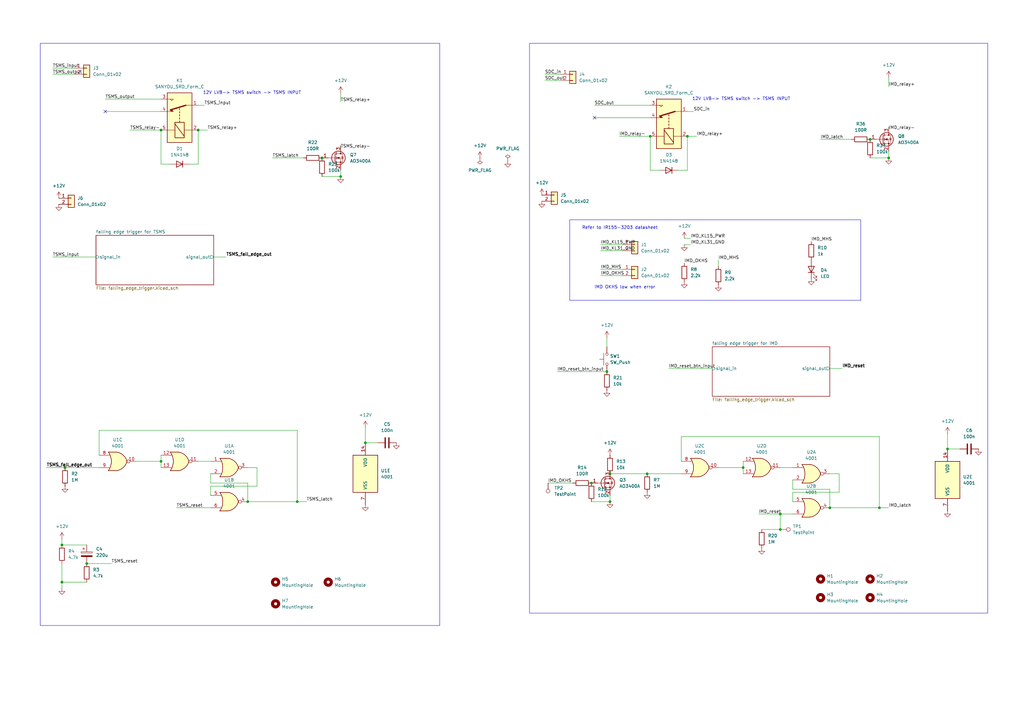
<source format=kicad_sch>
(kicad_sch (version 20250114) (generator "eeschema") (generator_version "9.0")
  (paper "A3")
  (lib_symbols
    (symbol "4xxx:4001" (pin_names (offset 1.016))
      (property "Reference" "U" (at 0 1.27 0))
      (property "Value" "4001" (at 0 -1.27 0))
      (symbol "4001_1_1"
        (arc (start -3.81 3.81) (mid -2.589 0) (end -3.81 -3.81) (stroke (width 0.254)))
        (polyline (pts (xy -3.81 3.81) (xy -0.635 3.81)) (stroke (width 0.254)) (fill (type background)))
        (polyline (pts (xy -3.81 -3.81) (xy -0.635 -3.81)) (stroke (width 0.254)) (fill (type background)))
        (arc (start 3.81 0) (mid 2.1855 -2.584) (end -0.6096 -3.81) (stroke (width 0.254)) (fill (type background)))
        (arc (start -0.6096 3.81) (mid 2.1928 2.5924) (end 3.81 0) (stroke (width 0.254)) (fill (type background)))
        (polyline (pts (xy -0.635 3.81) (xy -3.81 3.81) (xy -3.81 3.81) (xy -3.556 3.4036) (xy -3.0226 2.2606) (xy -2.6924 1.0414) (xy -2.6162 -0.254) (xy -2.7686 -1.4986) (xy -3.175 -2.7178) (xy -3.81 -3.81) (xy -3.81 -3.81) (xy -0.635 -3.81)) (stroke (width -25.4)) (fill (type background)))
        (pin input line (at -7.62 2.54 0) (length 4.318) (name "~") (number "1"))
        (pin input line (at -7.62 -2.54 0) (length 4.318) (name "~") (number "2"))
        (pin output inverted (at 7.62 0 180) (length 3.81) (name "~") (number "3"))
      )
      (symbol "4001_1_2"
        (arc (start 0 3.81) (mid 3.7934 0) (end 0 -3.81) (stroke (width 0.254)) (fill (type background)))
        (polyline (pts (xy 0 3.81) (xy -3.81 3.81) (xy -3.81 -3.81) (xy 0 -3.81)) (stroke (width 0.254)) (fill (type background)))
        (pin input inverted (at -7.62 2.54 0) (length 3.81) (name "~") (number "1"))
        (pin input inverted (at -7.62 -2.54 0) (length 3.81) (name "~") (number "2"))
        (pin output line (at 7.62 0 180) (length 3.81) (name "~") (number "3"))
      )
      (symbol "4001_2_1"
        (arc (start -3.81 3.81) (mid -2.589 0) (end -3.81 -3.81) (stroke (width 0.254)))
        (polyline (pts (xy -3.81 3.81) (xy -0.635 3.81)) (stroke (width 0.254)) (fill (type background)))
        (polyline (pts (xy -3.81 -3.81) (xy -0.635 -3.81)) (stroke (width 0.254)) (fill (type background)))
        (arc (start 3.81 0) (mid 2.1855 -2.584) (end -0.6096 -3.81) (stroke (width 0.254)) (fill (type background)))
        (arc (start -0.6096 3.81) (mid 2.1928 2.5924) (end 3.81 0) (stroke (width 0.254)) (fill (type background)))
        (polyline (pts (xy -0.635 3.81) (xy -3.81 3.81) (xy -3.81 3.81) (xy -3.556 3.4036) (xy -3.0226 2.2606) (xy -2.6924 1.0414) (xy -2.6162 -0.254) (xy -2.7686 -1.4986) (xy -3.175 -2.7178) (xy -3.81 -3.81) (xy -3.81 -3.81) (xy -0.635 -3.81)) (stroke (width -25.4)) (fill (type background)))
        (pin input line (at -7.62 2.54 0) (length 4.318) (name "~") (number "5"))
        (pin input line (at -7.62 -2.54 0) (length 4.318) (name "~") (number "6"))
        (pin output inverted (at 7.62 0 180) (length 3.81) (name "~") (number "4"))
      )
      (symbol "4001_2_2"
        (arc (start 0 3.81) (mid 3.7934 0) (end 0 -3.81) (stroke (width 0.254)) (fill (type background)))
        (polyline (pts (xy 0 3.81) (xy -3.81 3.81) (xy -3.81 -3.81) (xy 0 -3.81)) (stroke (width 0.254)) (fill (type background)))
        (pin input inverted (at -7.62 2.54 0) (length 3.81) (name "~") (number "5"))
        (pin input inverted (at -7.62 -2.54 0) (length 3.81) (name "~") (number "6"))
        (pin output line (at 7.62 0 180) (length 3.81) (name "~") (number "4"))
      )
      (symbol "4001_3_1"
        (arc (start -3.81 3.81) (mid -2.589 0) (end -3.81 -3.81) (stroke (width 0.254)))
        (polyline (pts (xy -3.81 3.81) (xy -0.635 3.81)) (stroke (width 0.254)) (fill (type background)))
        (polyline (pts (xy -3.81 -3.81) (xy -0.635 -3.81)) (stroke (width 0.254)) (fill (type background)))
        (arc (start 3.81 0) (mid 2.1855 -2.584) (end -0.6096 -3.81) (stroke (width 0.254)) (fill (type background)))
        (arc (start -0.6096 3.81) (mid 2.1928 2.5924) (end 3.81 0) (stroke (width 0.254)) (fill (type background)))
        (polyline (pts (xy -0.635 3.81) (xy -3.81 3.81) (xy -3.81 3.81) (xy -3.556 3.4036) (xy -3.0226 2.2606) (xy -2.6924 1.0414) (xy -2.6162 -0.254) (xy -2.7686 -1.4986) (xy -3.175 -2.7178) (xy -3.81 -3.81) (xy -3.81 -3.81) (xy -0.635 -3.81)) (stroke (width -25.4)) (fill (type background)))
        (pin input line (at -7.62 2.54 0) (length 4.318) (name "~") (number "8"))
        (pin input line (at -7.62 -2.54 0) (length 4.318) (name "~") (number "9"))
        (pin output inverted (at 7.62 0 180) (length 3.81) (name "~") (number "10"))
      )
      (symbol "4001_3_2"
        (arc (start 0 3.81) (mid 3.7934 0) (end 0 -3.81) (stroke (width 0.254)) (fill (type background)))
        (polyline (pts (xy 0 3.81) (xy -3.81 3.81) (xy -3.81 -3.81) (xy 0 -3.81)) (stroke (width 0.254)) (fill (type background)))
        (pin input inverted (at -7.62 2.54 0) (length 3.81) (name "~") (number "8"))
        (pin input inverted (at -7.62 -2.54 0) (length 3.81) (name "~") (number "9"))
        (pin output line (at 7.62 0 180) (length 3.81) (name "~") (number "10"))
      )
      (symbol "4001_4_1"
        (arc (start -3.81 3.81) (mid -2.589 0) (end -3.81 -3.81) (stroke (width 0.254)))
        (polyline (pts (xy -3.81 3.81) (xy -0.635 3.81)) (stroke (width 0.254)) (fill (type background)))
        (polyline (pts (xy -3.81 -3.81) (xy -0.635 -3.81)) (stroke (width 0.254)) (fill (type background)))
        (arc (start 3.81 0) (mid 2.1855 -2.584) (end -0.6096 -3.81) (stroke (width 0.254)) (fill (type background)))
        (arc (start -0.6096 3.81) (mid 2.1928 2.5924) (end 3.81 0) (stroke (width 0.254)) (fill (type background)))
        (polyline (pts (xy -0.635 3.81) (xy -3.81 3.81) (xy -3.81 3.81) (xy -3.556 3.4036) (xy -3.0226 2.2606) (xy -2.6924 1.0414) (xy -2.6162 -0.254) (xy -2.7686 -1.4986) (xy -3.175 -2.7178) (xy -3.81 -3.81) (xy -3.81 -3.81) (xy -0.635 -3.81)) (stroke (width -25.4)) (fill (type background)))
        (pin input line (at -7.62 2.54 0) (length 4.318) (name "~") (number "12"))
        (pin input line (at -7.62 -2.54 0) (length 4.318) (name "~") (number "13"))
        (pin output inverted (at 7.62 0 180) (length 3.81) (name "~") (number "11"))
      )
      (symbol "4001_4_2"
        (arc (start 0 3.81) (mid 3.7934 0) (end 0 -3.81) (stroke (width 0.254)) (fill (type background)))
        (polyline (pts (xy 0 3.81) (xy -3.81 3.81) (xy -3.81 -3.81) (xy 0 -3.81)) (stroke (width 0.254)) (fill (type background)))
        (pin input inverted (at -7.62 2.54 0) (length 3.81) (name "~") (number "12"))
        (pin input inverted (at -7.62 -2.54 0) (length 3.81) (name "~") (number "13"))
        (pin output line (at 7.62 0 180) (length 3.81) (name "~") (number "11"))
      )
      (symbol "4001_5_0"
        (pin power_in line (at 0 12.7 270) (length 5.08) (name "VDD") (number "14"))
        (pin power_in line (at 0 -12.7 90) (length 5.08) (name "VSS") (number "7"))
      )
      (symbol "4001_5_1"
        (rectangle (start -5.08 7.62) (end 5.08 -7.62) (stroke (width 0.254)) (fill (type background)))
      )
    )
    (symbol "Connector:TestPoint" (pin_numbers (hide yes)) (pin_names (offset 0.762) (hide yes))
      (property "Reference" "TP" (at 0 6.858 0))
      (property "Value" "TestPoint" (at 0 5.08 0))
      (symbol "TestPoint_0_1"
        (circle (center 0 3.302) (radius 0.762))
      )
      (symbol "TestPoint_1_1"
        (pin passive line (at 0 0 90) (length 2.54) (name "1") (number "1"))
      )
    )
    (symbol "Connector_Generic:Conn_01x02" (pin_names (offset 1.016) (hide yes))
      (property "Reference" "J" (at 0 2.54 0))
      (property "Value" "Conn_01x02" (at 0 -5.08 0))
      (symbol "Conn_01x02_1_1"
        (rectangle (start -1.27 1.27) (end 1.27 -3.81) (stroke (width 0.254)) (fill (type background)))
        (rectangle (start -1.27 0.127) (end 0 -0.127) (stroke (width 0.1524)))
        (rectangle (start -1.27 -2.413) (end 0 -2.667) (stroke (width 0.1524)))
        (pin passive line (at -5.08 0 0) (length 3.81) (name "Pin_1") (number "1"))
        (pin passive line (at -5.08 -2.54 0) (length 3.81) (name "Pin_2") (number "2"))
      )
    )
    (symbol "Device:C" (pin_numbers (hide yes)) (pin_names (offset 0.254))
      (property "Reference" "C" (at 0.635 2.54 0))
      (property "Value" "C" (at 0.635 -2.54 0))
      (symbol "C_0_1"
        (polyline (pts (xy -2.032 0.762) (xy 2.032 0.762)) (stroke (width 0.508)))
        (polyline (pts (xy -2.032 -0.762) (xy 2.032 -0.762)) (stroke (width 0.508)))
      )
      (symbol "C_1_1"
        (pin passive line (at 0 3.81 270) (length 2.794) (name "~") (number "1"))
        (pin passive line (at 0 -3.81 90) (length 2.794) (name "~") (number "2"))
      )
    )
    (symbol "Device:C_Polarized" (pin_numbers (hide yes)) (pin_names (offset 0.254))
      (property "Reference" "C" (at 0.635 2.54 0))
      (property "Value" "C_Polarized" (at 0.635 -2.54 0))
      (symbol "C_Polarized_0_1"
        (rectangle (start -2.286 0.508) (end 2.286 1.016))
        (polyline (pts (xy -1.778 2.286) (xy -0.762 2.286)))
        (polyline (pts (xy -1.27 2.794) (xy -1.27 1.778)))
        (rectangle (start 2.286 -0.508) (end -2.286 -1.016) (fill (type outline)))
      )
      (symbol "C_Polarized_1_1"
        (pin passive line (at 0 3.81 270) (length 2.794) (name "~") (number "1"))
        (pin passive line (at 0 -3.81 90) (length 2.794) (name "~") (number "2"))
      )
    )
    (symbol "Device:LED" (pin_numbers (hide yes)) (pin_names (offset 1.016) (hide yes))
      (property "Reference" "D" (at 0 2.54 0))
      (property "Value" "LED" (at 0 -2.54 0))
      (symbol "LED_0_1"
        (polyline (pts (xy -3.048 -0.762) (xy -4.572 -2.286) (xy -3.81 -2.286) (xy -4.572 -2.286) (xy -4.572 -1.524)))
        (polyline (pts (xy -1.778 -0.762) (xy -3.302 -2.286) (xy -2.54 -2.286) (xy -3.302 -2.286) (xy -3.302 -1.524)))
        (polyline (pts (xy -1.27 0) (xy 1.27 0)))
        (polyline (pts (xy -1.27 -1.27) (xy -1.27 1.27)) (stroke (width 0.254)))
        (polyline (pts (xy 1.27 -1.27) (xy 1.27 1.27) (xy -1.27 0) (xy 1.27 -1.27)) (stroke (width 0.254)))
      )
      (symbol "LED_1_1"
        (pin passive line (at -3.81 0 0) (length 2.54) (name "K") (number "1"))
        (pin passive line (at 3.81 0 180) (length 2.54) (name "A") (number "2"))
      )
    )
    (symbol "Device:R" (pin_numbers (hide yes)) (pin_names (offset 0))
      (property "Reference" "R" (at 2.032 0 90))
      (property "Value" "R" (at 0 0 90))
      (symbol "R_0_1"
        (rectangle (start -1.016 -2.54) (end 1.016 2.54) (stroke (width 0.254)))
      )
      (symbol "R_1_1"
        (pin passive line (at 0 3.81 270) (length 1.27) (name "~") (number "1"))
        (pin passive line (at 0 -3.81 90) (length 1.27) (name "~") (number "2"))
      )
    )
    (symbol "Diode:1N4148" (pin_numbers (hide yes)) (pin_names (hide yes))
      (property "Reference" "D" (at 0 2.54 0))
      (property "Value" "1N4148" (at 0 -2.54 0))
      (symbol "1N4148_0_1"
        (polyline (pts (xy -1.27 1.27) (xy -1.27 -1.27)) (stroke (width 0.254)))
        (polyline (pts (xy 1.27 1.27) (xy 1.27 -1.27) (xy -1.27 0) (xy 1.27 1.27)) (stroke (width 0.254)))
        (polyline (pts (xy 1.27 0) (xy -1.27 0)))
      )
      (symbol "1N4148_1_1"
        (pin passive line (at -3.81 0 0) (length 2.54) (name "K") (number "1"))
        (pin passive line (at 3.81 0 180) (length 2.54) (name "A") (number "2"))
      )
    )
    (symbol "Mechanical:MountingHole" (pin_names (offset 1.016)) (in_bom no)
      (property "Reference" "H" (at 0 5.08 0))
      (property "Value" "MountingHole" (at 0 3.175 0))
      (symbol "MountingHole_0_1"
        (circle (center 0 0) (radius 1.27) (stroke (width 1.27)))
      )
    )
    (symbol "Relay:SANYOU_SRD_Form_C"
      (property "Reference" "K" (at 11.43 3.81 0))
      (property "Value" "SANYOU_SRD_Form_C" (at 11.43 1.27 0))
      (symbol "SANYOU_SRD_Form_C_0_0"
        (polyline (pts (xy 7.62 5.08) (xy 7.62 2.54) (xy 6.985 3.175) (xy 7.62 3.81)))
      )
      (symbol "SANYOU_SRD_Form_C_0_1"
        (rectangle (start -10.16 5.08) (end 10.16 -5.08) (stroke (width 0.254)) (fill (type background)))
        (rectangle (start -8.255 1.905) (end -1.905 -1.905) (stroke (width 0.254)))
        (polyline (pts (xy -7.62 -1.905) (xy -2.54 1.905)) (stroke (width 0.254)))
        (polyline (pts (xy -5.08 5.08) (xy -5.08 1.905)))
        (polyline (pts (xy -5.08 -5.08) (xy -5.08 -1.905)))
        (polyline (pts (xy -1.905 0) (xy -1.27 0)) (stroke (width 0.254)))
        (polyline (pts (xy -0.635 0) (xy 0 0)) (stroke (width 0.254)))
        (polyline (pts (xy 0.635 0) (xy 1.27 0)) (stroke (width 0.254)))
        (polyline (pts (xy 1.905 0) (xy 2.54 0)) (stroke (width 0.254)))
        (polyline (pts (xy 3.175 0) (xy 3.81 0)) (stroke (width 0.254)))
        (polyline (pts (xy 5.08 -2.54) (xy 3.175 3.81)) (stroke (width 0.508)))
        (polyline (pts (xy 5.08 -2.54) (xy 5.08 -5.08)))
      )
      (symbol "SANYOU_SRD_Form_C_1_1"
        (polyline (pts (xy 2.54 3.81) (xy 3.175 3.175) (xy 2.54 2.54) (xy 2.54 5.08)) (fill (type outline)))
        (pin passive line (at -5.08 7.62 270) (length 2.54) (name "~") (number "5"))
        (pin passive line (at -5.08 -7.62 90) (length 2.54) (name "~") (number "2"))
        (pin passive line (at 2.54 7.62 270) (length 2.54) (name "~") (number "4"))
        (pin passive line (at 5.08 -7.62 90) (length 2.54) (name "~") (number "1"))
        (pin passive line (at 7.62 7.62 270) (length 2.54) (name "~") (number "3"))
      )
    )
    (symbol "Switch:SW_Push" (pin_numbers (hide yes)) (pin_names (offset 1.016) (hide yes))
      (property "Reference" "SW" (at 1.27 2.54 0))
      (property "Value" "SW_Push" (at 0 -1.524 0))
      (symbol "SW_Push_0_1"
        (circle (center -2.032 0) (radius 0.508))
        (polyline (pts (xy 0 1.27) (xy 0 3.048)))
        (circle (center 2.032 0) (radius 0.508))
        (polyline (pts (xy 2.54 1.27) (xy -2.54 1.27)))
        (pin passive line (at -5.08 0 0) (length 2.54) (name "1") (number "1"))
        (pin passive line (at 5.08 0 180) (length 2.54) (name "2") (number "2"))
      )
    )
    (symbol "Transistor_FET:AO3400A" (pin_names (hide yes))
      (property "Reference" "Q" (at 5.08 1.905 0))
      (property "Value" "AO3400A" (at 5.08 0 0))
      (symbol "AO3400A_0_1"
        (polyline (pts (xy 0.254 1.905) (xy 0.254 -1.905)) (stroke (width 0.254)))
        (polyline (pts (xy 0.254 0) (xy -2.54 0)))
        (polyline (pts (xy 0.762 2.286) (xy 0.762 1.27)) (stroke (width 0.254)))
        (polyline (pts (xy 0.762 0.508) (xy 0.762 -0.508)) (stroke (width 0.254)))
        (polyline (pts (xy 0.762 -1.27) (xy 0.762 -2.286)) (stroke (width 0.254)))
        (polyline (pts (xy 0.762 -1.778) (xy 3.302 -1.778) (xy 3.302 1.778) (xy 0.762 1.778)))
        (polyline (pts (xy 1.016 0) (xy 2.032 0.381) (xy 2.032 -0.381) (xy 1.016 0)) (fill (type outline)))
        (circle (center 1.651 0) (radius 2.794) (stroke (width 0.254)))
        (polyline (pts (xy 2.54 2.54) (xy 2.54 1.778)))
        (circle (center 2.54 1.778) (radius 0.254) (fill (type outline)))
        (circle (center 2.54 -1.778) (radius 0.254) (fill (type outline)))
        (polyline (pts (xy 2.54 -2.54) (xy 2.54 0) (xy 0.762 0)))
        (polyline (pts (xy 2.794 0.508) (xy 2.921 0.381) (xy 3.683 0.381) (xy 3.81 0.254)))
        (polyline (pts (xy 3.302 0.381) (xy 2.921 -0.254) (xy 3.683 -0.254) (xy 3.302 0.381)))
      )
      (symbol "AO3400A_1_1"
        (pin input line (at -5.08 0 0) (length 2.54) (name "G") (number "1"))
        (pin passive line (at 2.54 5.08 270) (length 2.54) (name "D") (number "3"))
        (pin passive line (at 2.54 -5.08 90) (length 2.54) (name "S") (number "2"))
      )
    )
    (symbol "power:+12V" (power) (pin_numbers (hide yes)) (pin_names (offset 0) (hide yes))
      (property "Value" "+12V" (at 0 3.556 0))
      (symbol "+12V_0_1"
        (polyline (pts (xy -0.762 1.27) (xy 0 2.54)))
        (polyline (pts (xy 0 2.54) (xy 0.762 1.27)))
        (polyline (pts (xy 0 0) (xy 0 2.54)))
      )
      (symbol "+12V_1_1"
        (pin power_in line (at 0 0 90) (length 0) (name "~") (number "1"))
      )
    )
    (symbol "power:GND" (power) (pin_numbers (hide yes)) (pin_names (offset 0) (hide yes))
      (property "Value" "GND" (at 0 -3.81 0))
      (symbol "GND_0_1"
        (polyline (pts (xy 0 0) (xy 0 -1.27) (xy 1.27 -1.27) (xy 0 -2.54) (xy -1.27 -1.27) (xy 0 -1.27)))
      )
      (symbol "GND_1_1"
        (pin power_in line (at 0 0 270) (length 0) (name "~") (number "1"))
      )
    )
    (symbol "power:PWR_FLAG" (power) (pin_numbers (hide yes)) (pin_names (offset 0) (hide yes))
      (property "Value" "PWR_FLAG" (at 0 3.81 0))
      (symbol "PWR_FLAG_0_0"
        (pin power_out line (at 0 0 90) (length 0) (name "~") (number "1"))
      )
      (symbol "PWR_FLAG_0_1"
        (polyline (pts (xy 0 0) (xy 0 1.27) (xy -1.016 1.905) (xy 0 2.54) (xy 1.016 1.905) (xy 0 1.27)))
      )
    )
  )
  (rectangle (start 233.68 90.17) (end 353.06 123.19))
  (rectangle (start 16.51 17.78) (end 180.34 256.54))
  (rectangle (start 217.17 17.78) (end 405.13 251.46))
  (text "12V LVB-> TSMS switch -> TSMS INPUT" (at 304.038 40.64 0) (effects (font (size 1.27 1.27))))
  (text "IMD OKHS low when error" (at 256.286 117.856 0) (effects (font (size 1.27 1.27))))
  (text "Refer to IR155-3203 datasheet" (at 254.254 93.472 0) (effects (font (size 1.27 1.27))))
  (text "12V LVB-> TSMS switch -> TSMS INPUT" (at 103.378 38.1 0) (effects (font (size 1.27 1.27))))
  (junction (at 81.28 53.34))
  (junction (at 320.04 210.82))
  (junction (at 26.67 191.77))
  (junction (at 320.04 217.17))
  (junction (at 248.92 152.4))
  (junction (at 356.87 57.15))
  (junction (at 101.6 205.74))
  (junction (at 25.4 238.76))
  (junction (at 265.43 194.31))
  (junction (at 242.57 198.12))
  (junction (at 139.7 72.39))
  (junction (at 364.49 64.77))
  (junction (at 132.08 64.77))
  (junction (at 304.8 191.77))
  (junction (at 25.4 223.52))
  (junction (at 121.92 205.74))
  (junction (at 340.36 208.28))
  (junction (at 66.04 53.34))
  (junction (at 388.62 184.15))
  (junction (at 266.7 55.88))
  (junction (at 35.56 231.14))
  (junction (at 66.04 189.23))
  (junction (at 281.94 55.88))
  (junction (at 149.86 181.61))
  (junction (at 360.68 208.28))
  (junction (at 250.19 205.74))
  (junction (at 250.19 194.31))
  (no_connect (at 43.18 45.72))
  (no_connect (at 243.84 48.26))
  (wire (pts (xy 25.4 231.14) (xy 25.4 238.76)))
  (wire (pts (xy 139.7 38.1) (xy 139.7 41.91)))
  (wire (pts (xy 21.59 105.41) (xy 39.37 105.41)))
  (wire (pts (xy 246.38 102.87) (xy 255.27 102.87)))
  (wire (pts (xy 246.38 110.49) (xy 255.27 110.49)))
  (wire (pts (xy 340.36 200.66) (xy 340.36 208.28)))
  (wire (pts (xy 266.7 69.85) (xy 266.7 55.88)))
  (wire (pts (xy 19.05 191.77) (xy 26.67 191.77)))
  (wire (pts (xy 81.28 53.34) (xy 85.09 53.34)))
  (wire (pts (xy 40.64 176.53) (xy 40.64 186.69)))
  (wire (pts (xy 86.36 199.39) (xy 105.41 199.39)))
  (wire (pts (xy 224.79 198.12) (xy 234.95 198.12)))
  (wire (pts (xy 242.57 205.74) (xy 250.19 205.74)))
  (wire (pts (xy 312.42 217.17) (xy 320.04 217.17)))
  (wire (pts (xy 66.04 67.31) (xy 69.85 67.31)))
  (wire (pts (xy 320.04 210.82) (xy 320.04 217.17)))
  (wire (pts (xy 121.92 205.74) (xy 125.73 205.74)))
  (wire (pts (xy 43.18 40.64) (xy 66.04 40.64)))
  (wire (pts (xy 66.04 186.69) (xy 66.04 189.23)))
  (wire (pts (xy 250.19 205.74) (xy 250.19 203.2)))
  (wire (pts (xy 86.36 198.12) (xy 101.6 198.12)))
  (wire (pts (xy 304.8 191.77) (xy 304.8 194.31)))
  (wire (pts (xy 21.59 27.94) (xy 30.48 27.94)))
  (wire (pts (xy 278.13 69.85) (xy 281.94 69.85)))
  (wire (pts (xy 55.88 189.23) (xy 66.04 189.23)))
  (wire (pts (xy 246.38 100.33) (xy 255.27 100.33)))
  (wire (pts (xy 325.12 201.93) (xy 344.17 201.93)))
  (wire (pts (xy 304.8 189.23) (xy 304.8 191.77)))
  (wire (pts (xy 250.19 194.31) (xy 265.43 194.31)))
  (wire (pts (xy 246.38 113.03) (xy 255.27 113.03)))
  (wire (pts (xy 294.64 106.68) (xy 294.64 109.22)))
  (wire (pts (xy 254 55.88) (xy 266.7 55.88)))
  (wire (pts (xy 25.4 238.76) (xy 25.4 241.3)))
  (wire (pts (xy 77.47 67.31) (xy 81.28 67.31)))
  (wire (pts (xy 325.12 200.66) (xy 340.36 200.66)))
  (wire (pts (xy 111.76 64.77) (xy 124.46 64.77)))
  (wire (pts (xy 344.17 194.31) (xy 340.36 194.31)))
  (wire (pts (xy 81.28 67.31) (xy 81.28 53.34)))
  (wire (pts (xy 294.64 191.77) (xy 304.8 191.77)))
  (wire (pts (xy 66.04 189.23) (xy 66.04 191.77)))
  (wire (pts (xy 281.94 55.88) (xy 285.75 55.88)))
  (wire (pts (xy 364.49 31.75) (xy 364.49 35.56)))
  (wire (pts (xy 360.68 179.07) (xy 360.68 208.28)))
  (wire (pts (xy 320.04 210.82) (xy 325.12 210.82)))
  (wire (pts (xy 86.36 203.2) (xy 86.36 199.39)))
  (wire (pts (xy 121.92 176.53) (xy 121.92 205.74)))
  (wire (pts (xy 364.49 64.77) (xy 364.49 62.23)))
  (wire (pts (xy 344.17 201.93) (xy 344.17 194.31)))
  (wire (pts (xy 223.52 33.02) (xy 229.87 33.02)))
  (wire (pts (xy 35.56 231.14) (xy 45.72 231.14)))
  (wire (pts (xy 228.6 152.4) (xy 248.92 152.4)))
  (wire (pts (xy 243.84 43.18) (xy 266.7 43.18)))
  (wire (pts (xy 21.59 30.48) (xy 30.48 30.48)))
  (wire (pts (xy 25.4 223.52) (xy 35.56 223.52)))
  (wire (pts (xy 360.68 208.28) (xy 364.49 208.28)))
  (wire (pts (xy 66.04 67.31) (xy 66.04 53.34)))
  (wire (pts (xy 320.04 191.77) (xy 325.12 191.77)))
  (wire (pts (xy 105.41 191.77) (xy 101.6 191.77)))
  (wire (pts (xy 266.7 69.85) (xy 270.51 69.85)))
  (wire (pts (xy 223.52 30.48) (xy 229.87 30.48)))
  (wire (pts (xy 83.82 43.18) (xy 81.28 43.18)))
  (wire (pts (xy 356.87 64.77) (xy 364.49 64.77)))
  (wire (pts (xy 121.92 176.53) (xy 40.64 176.53)))
  (wire (pts (xy 101.6 198.12) (xy 101.6 205.74)))
  (wire (pts (xy 284.48 45.72) (xy 281.94 45.72)))
  (wire (pts (xy 25.4 220.98) (xy 25.4 223.52)))
  (wire (pts (xy 248.92 138.43) (xy 248.92 142.24)))
  (wire (pts (xy 243.84 48.26) (xy 266.7 48.26)))
  (wire (pts (xy 265.43 194.31) (xy 279.4 194.31)))
  (wire (pts (xy 388.62 184.15) (xy 393.7 184.15)))
  (wire (pts (xy 274.32 151.13) (xy 292.1 151.13)))
  (wire (pts (xy 340.36 151.13) (xy 345.44 151.13)))
  (wire (pts (xy 325.12 205.74) (xy 325.12 201.93)))
  (wire (pts (xy 279.4 179.07) (xy 279.4 189.23)))
  (wire (pts (xy 280.67 100.33) (xy 283.21 100.33)))
  (wire (pts (xy 325.12 196.85) (xy 325.12 200.66)))
  (wire (pts (xy 340.36 208.28) (xy 360.68 208.28)))
  (wire (pts (xy 105.41 199.39) (xy 105.41 191.77)))
  (wire (pts (xy 250.19 194.31) (xy 250.19 193.04)))
  (wire (pts (xy 311.15 210.82) (xy 320.04 210.82)))
  (wire (pts (xy 281.94 69.85) (xy 281.94 55.88)))
  (wire (pts (xy 139.7 60.96) (xy 139.7 59.69)))
  (wire (pts (xy 139.7 72.39) (xy 139.7 69.85)))
  (wire (pts (xy 43.18 45.72) (xy 66.04 45.72)))
  (wire (pts (xy 149.86 181.61) (xy 154.94 181.61)))
  (wire (pts (xy 336.55 57.15) (xy 349.25 57.15)))
  (wire (pts (xy 388.62 177.8) (xy 388.62 184.15)))
  (wire (pts (xy 26.67 191.77) (xy 40.64 191.77)))
  (wire (pts (xy 280.67 97.79) (xy 283.21 97.79)))
  (wire (pts (xy 101.6 205.74) (xy 121.92 205.74)))
  (wire (pts (xy 86.36 194.31) (xy 86.36 198.12)))
  (wire (pts (xy 360.68 179.07) (xy 279.4 179.07)))
  (wire (pts (xy 53.34 53.34) (xy 66.04 53.34)))
  (wire (pts (xy 149.86 175.26) (xy 149.86 181.61)))
  (wire (pts (xy 81.28 189.23) (xy 86.36 189.23)))
  (wire (pts (xy 25.4 238.76) (xy 35.56 238.76)))
  (wire (pts (xy 132.08 72.39) (xy 139.7 72.39)))
  (wire (pts (xy 364.49 53.34) (xy 364.49 52.07)))
  (wire (pts (xy 87.63 105.41) (xy 92.71 105.41)))
  (wire (pts (xy 72.39 208.28) (xy 86.36 208.28)))
  (label "IMD_reset_btn_input" (at 274.32 151.13 0))
  (label "IMD_OKHS" (at 224.79 198.12 0))
  (label "TSMS_output" (at 43.18 40.64 0))
  (label "SDC_out" (at 223.52 33.02 0))
  (label "IMD_relay+" (at 285.75 55.88 0))
  (label "IMD_KL15_PWR" (at 283.21 97.79 0))
  (label "IMD_reset" (at 345.44 151.13 0) (effects (font (thickness 0.254) (bold yes))))
  (label "TSMS_reset" (at 45.72 231.14 0))
  (label "IMD_KL31_GND" (at 246.38 102.87 0))
  (label "IMD_relay-" (at 254 55.88 0))
  (label "IMD_reset" (at 311.15 210.82 0))
  (label "IMD_latch" (at 336.55 57.15 0))
  (label "IMD_KL15_PWR" (at 246.38 100.33 0))
  (label "TSMS_fall_edge_out" (at 92.71 105.41 0) (effects (font (thickness 0.254) (bold yes))))
  (label "TSMS_reset" (at 72.39 208.28 0))
  (label "SDC_out" (at 243.84 43.18 0))
  (label "SDC_in" (at 223.52 30.48 0))
  (label "TSMS_input" (at 21.59 105.41 0))
  (label "TSMS_relay+" (at 85.09 53.34 0))
  (label "TSMS_relay+" (at 139.7 41.91 0))
  (label "SDC_in" (at 284.48 45.72 0))
  (label "TSMS_latch" (at 111.76 64.77 0))
  (label "IMD_MHS" (at 332.74 99.06 0))
  (label "IMD_latch" (at 364.49 208.28 0))
  (label "IMD_MHS" (at 246.38 110.49 0))
  (label "TSMS_relay-" (at 139.7 60.96 0))
  (label "IMD_relay+" (at 364.49 35.56 0))
  (label "IMD_relay-" (at 364.49 53.34 0))
  (label "TSMS_output" (at 21.59 30.48 0))
  (label "TSMS_fall_edge_out" (at 19.05 191.77 0) (effects (font (thickness 0.254) (bold yes))))
  (label "IMD_KL31_GND" (at 283.21 100.33 0))
  (label "IMD_OKHS" (at 280.67 107.95 0))
  (label "IMD_reset_btn_input" (at 228.6 152.4 0))
  (label "IMD_OKHS" (at 246.38 113.03 0))
  (label "TSMS_input" (at 21.59 27.94 0))
  (label "TSMS_input" (at 83.82 43.18 0))
  (label "IMD_MHS" (at 294.64 106.68 0))
  (label "TSMS_latch" (at 125.73 205.74 0))
  (label "TSMS_relay-" (at 53.34 53.34 0))
  (symbol (lib_id "Device:R") (at 250.19 190.5 0) (unit 1)
    (property "Reference" "R13" (at 252.73 189.2299 0) (effects (justify left)))
    (property "Value" "10k" (at 252.73 191.7699 0) (effects (justify left)))
    (property "Footprint" "Resistor_SMD:R_0805_2012Metric_Pad1.20x1.40mm_HandSolder" (effects (hide yes)))
    (property "Description" "Resistor" (effects (hide yes)))
  )
  (symbol (lib_id "power:GND") (at 364.49 64.77 0) (unit 1)
    (property "Reference" "#PWR049" (effects (hide yes)))
    (property "Value" "GND" (effects (hide yes)))
    (property "Description" "Power symbol creates a global label with name \"GND\" , ground" (effects (hide yes)))
  )
  (symbol (lib_id "Connector_Generic:Conn_01x02") (at 227.33 80.01 0) (unit 1)
    (property "Reference" "J5" (at 229.87 80.0099 0) (effects (justify left)))
    (property "Value" "Conn_01x02" (at 229.87 82.5499 0) (effects (justify left)))
    (property "Footprint" "Connector_Molex:Molex_Micro-Fit_3.0_43650-0215_1x02_P3.00mm_Vertical" (effects (hide yes)))
    (property "Description" "Generic connector, single row, 01x02, script generated (kicad-library-utils/schlib/autogen/connector/)" (effects (hide yes)))
  )
  (symbol (lib_id "Diode:1N4148") (at 274.32 69.85 180) (unit 1)
    (property "Reference" "D3" (at 274.32 63.5 0))
    (property "Value" "1N4148" (at 274.32 66.04 0))
    (property "Footprint" "Diode_THT:D_DO-35_SOD27_P7.62mm_Horizontal" (effects (hide yes)))
    (property "Datasheet" "https://assets.nexperia.com/documents/data-sheet/1N4148_1N4448.pdf" (effects (hide yes)))
    (property "Description" "100V 0.15A standard switching diode, DO-35" (effects (hide yes)))
    (property "Sim.Device" "D" (effects (hide yes)))
    (property "Sim.Pins" "1=K 2=A" (effects (hide yes)))
  )
  (symbol (lib_id "power:GND") (at 208.28 66.04 0) (unit 1)
    (property "Reference" "#PWR057" (effects (hide yes)))
    (property "Value" "GND" (effects (hide yes)))
    (property "Description" "Power symbol creates a global label with name \"GND\" , ground" (effects (hide yes)))
  )
  (symbol (lib_id "power:GND") (at 312.42 224.79 0) (unit 1)
    (property "Reference" "#PWR043" (effects (hide yes)))
    (property "Value" "GND" (effects (hide yes)))
    (property "Description" "Power symbol creates a global label with name \"GND\" , ground" (effects (hide yes)))
  )
  (symbol (lib_id "Device:R") (at 280.67 111.76 0) (unit 1)
    (property "Reference" "R8" (at 283.21 110.4899 0) (effects (justify left)))
    (property "Value" "2.2k" (at 283.21 113.0299 0) (effects (justify left)))
    (property "Footprint" "Resistor_SMD:R_0805_2012Metric_Pad1.20x1.40mm_HandSolder" (effects (hide yes)))
    (property "Description" "Resistor" (effects (hide yes)))
  )
  (symbol (lib_id "Connector_Generic:Conn_01x02") (at 260.35 110.49 0) (unit 1)
    (property "Reference" "J2" (at 262.89 110.4899 0) (effects (justify left)))
    (property "Value" "Conn_01x02" (at 262.89 113.0299 0) (effects (justify left)))
    (property "Footprint" "Connector_Molex:Molex_Micro-Fit_3.0_43650-0215_1x02_P3.00mm_Vertical" (effects (hide yes)))
    (property "Description" "Generic connector, single row, 01x02, script generated (kicad-library-utils/schlib/autogen/connector/)" (effects (hide yes)))
  )
  (symbol (lib_id "power:GND") (at 280.67 115.57 0) (unit 1)
    (property "Reference" "#PWR026" (effects (hide yes)))
    (property "Value" "GND" (effects (hide yes)))
    (property "Description" "Power symbol creates a global label with name \"GND\" , ground" (effects (hide yes)))
  )
  (symbol (lib_id "power:GND") (at 24.13 83.82 0) (unit 1)
    (property "Reference" "#PWR055" (effects (hide yes)))
    (property "Value" "GND" (effects (hide yes)))
    (property "Description" "Power symbol creates a global label with name \"GND\" , ground" (effects (hide yes)))
  )
  (symbol (lib_id "Device:C") (at 397.51 184.15 90) (unit 1)
    (property "Reference" "C6" (at 397.51 176.53 90))
    (property "Value" "100n" (at 397.51 179.07 90))
    (property "Footprint" "Capacitor_SMD:C_0805_2012Metric_Pad1.18x1.45mm_HandSolder" (effects (hide yes)))
    (property "Description" "Unpolarized capacitor" (effects (hide yes)))
  )
  (symbol (lib_id "power:GND") (at 162.56 181.61 0) (unit 1)
    (property "Reference" "#PWR065" (effects (hide yes)))
    (property "Value" "GND" (effects (hide yes)))
    (property "Description" "Power symbol creates a global label with name \"GND\" , ground" (effects (hide yes)))
  )
  (symbol (lib_id "Connector_Generic:Conn_01x02") (at 35.56 27.94 0) (unit 1)
    (property "Reference" "J3" (at 38.1 27.9399 0) (effects (justify left)))
    (property "Value" "Conn_01x02" (at 38.1 30.4799 0) (effects (justify left)))
    (property "Footprint" "Connector_Molex:Molex_Micro-Fit_3.0_43650-0215_1x02_P3.00mm_Vertical" (effects (hide yes)))
    (property "Description" "Generic connector, single row, 01x02, script generated (kicad-library-utils/schlib/autogen/connector/)" (effects (hide yes)))
  )
  (symbol (lib_id "power:GND") (at 149.86 207.01 0) (unit 1)
    (property "Reference" "#PWR063" (effects (hide yes)))
    (property "Value" "GND" (effects (hide yes)))
    (property "Description" "Power symbol creates a global label with name \"GND\" , ground" (effects (hide yes)))
  )
  (symbol (lib_id "Relay:SANYOU_SRD_Form_C") (at 73.66 48.26 90) (unit 1)
    (property "Reference" "K1" (at 73.66 33.02 90))
    (property "Value" "SANYOU_SRD_Form_C" (at 73.66 35.56 90))
    (property "Footprint" "Relay_THT:Relay_SPDT_SANYOU_SRD_Series_Form_C" (effects (hide yes)))
    (property "Datasheet" "http://www.sanyourelay.ca/public/products/pdf/SRD.pdf" (effects (hide yes)))
    (property "Description" "Sanyo SRD relay, Single Pole Miniature Power Relay," (effects (hide yes)))
  )
  (symbol (lib_id "Relay:SANYOU_SRD_Form_C") (at 274.32 50.8 90) (unit 1)
    (property "Reference" "K2" (at 274.32 35.56 90))
    (property "Value" "SANYOU_SRD_Form_C" (at 274.32 38.1 90))
    (property "Footprint" "Relay_THT:Relay_SPDT_SANYOU_SRD_Series_Form_C" (effects (hide yes)))
    (property "Datasheet" "http://www.sanyourelay.ca/public/products/pdf/SRD.pdf" (effects (hide yes)))
    (property "Description" "Sanyo SRD relay, Single Pole Miniature Power Relay," (effects (hide yes)))
  )
  (symbol (lib_id "power:GND") (at 248.92 160.02 0) (unit 1)
    (property "Reference" "#PWR045" (effects (hide yes)))
    (property "Value" "GND" (effects (hide yes)))
    (property "Description" "Power symbol creates a global label with name \"GND\" , ground" (effects (hide yes)))
  )
  (symbol (lib_id "Device:R") (at 332.74 102.87 0) (unit 1)
    (property "Reference" "R10" (at 335.28 101.5999 0) (effects (justify left)))
    (property "Value" "1k" (at 335.28 104.1399 0) (effects (justify left)))
    (property "Footprint" "Resistor_SMD:R_0805_2012Metric_Pad1.20x1.40mm_HandSolder" (effects (hide yes)))
    (property "Description" "Resistor" (effects (hide yes)))
  )
  (symbol (lib_id "Diode:1N4148") (at 73.66 67.31 180) (unit 1)
    (property "Reference" "D1" (at 73.66 60.96 0))
    (property "Value" "1N4148" (at 73.66 63.5 0))
    (property "Footprint" "Diode_THT:D_DO-35_SOD27_P7.62mm_Horizontal" (effects (hide yes)))
    (property "Datasheet" "https://assets.nexperia.com/documents/data-sheet/1N4148_1N4448.pdf" (effects (hide yes)))
    (property "Description" "100V 0.15A standard switching diode, DO-35" (effects (hide yes)))
    (property "Sim.Device" "D" (effects (hide yes)))
    (property "Sim.Pins" "1=K 2=A" (effects (hide yes)))
  )
  (symbol (lib_id "power:PWR_FLAG") (at 208.28 66.04 0) (unit 1)
    (property "Reference" "#FLG02" (effects (hide yes)))
    (property "Value" "PWR_FLAG" (at 208.28 60.96 0))
    (property "Description" "Special symbol for telling ERC where power comes from" (effects (hide yes)))
  )
  (symbol (lib_id "power:+12V") (at 248.92 138.43 0) (unit 1)
    (property "Reference" "#PWR044" (effects (hide yes)))
    (property "Value" "+12V" (at 248.92 133.35 0))
    (property "Description" "Power symbol creates a global label with name \"+12V\"" (effects (hide yes)))
  )
  (symbol (lib_id "Device:LED") (at 332.74 110.49 90) (unit 1)
    (property "Reference" "D4" (at 336.55 110.8074 90) (effects (justify right)))
    (property "Value" "LED" (at 336.55 113.3474 90) (effects (justify right)))
    (property "Footprint" "LED_SMD:LED_0805_2012Metric_Pad1.15x1.40mm_HandSolder" (effects (hide yes)))
    (property "Description" "Light emitting diode" (effects (hide yes)))
    (property "Sim.Pins" "1=K 2=A" (effects (hide yes)))
  )
  (symbol (lib_id "power:+12V") (at 139.7 38.1 0) (unit 1)
    (property "Reference" "#PWR046" (effects (hide yes)))
    (property "Value" "+12V" (at 139.7 33.02 0))
    (property "Description" "Power symbol creates a global label with name \"+12V\"" (effects (hide yes)))
  )
  (symbol (lib_id "power:+12V") (at 250.19 186.69 0) (unit 1)
    (property "Reference" "#PWR032" (effects (hide yes)))
    (property "Value" "+12V" (at 250.19 181.61 0))
    (property "Description" "Power symbol creates a global label with name \"+12V\"" (effects (hide yes)))
  )
  (symbol (lib_id "Mechanical:MountingHole") (at 113.03 238.76 0) (unit 1) (in_bom no)
    (property "Reference" "H5" (at 115.57 237.4899 0) (effects (justify left)))
    (property "Value" "MountingHole" (at 115.57 240.0299 0) (effects (justify left)))
    (property "Footprint" "MountingHole:MountingHole_3.7mm" (effects (hide yes)))
    (property "Description" "Mounting Hole without connection" (effects (hide yes)))
  )
  (symbol (lib_id "4xxx:4001") (at 287.02 191.77 0) (unit 3)
    (property "Reference" "U2" (at 287.02 182.88 0))
    (property "Value" "4001" (at 287.02 185.42 0))
    (property "Footprint" "RMC-KiCad:SOIC127P600X175-14N" (effects (hide yes)))
    (property "Datasheet" "http://www.intersil.com/content/dam/Intersil/documents/cd40/cd4000bms-01bms-02bms-25bms.pdf" (effects (hide yes)))
    (property "Description" "Quad Nor 2 inputs" (effects (hide yes)))
  )
  (symbol (lib_id "power:GND") (at 250.19 205.74 0) (unit 1)
    (property "Reference" "#PWR031" (effects (hide yes)))
    (property "Value" "GND" (effects (hide yes)))
    (property "Description" "Power symbol creates a global label with name \"GND\" , ground" (effects (hide yes)))
  )
  (symbol (lib_id "4xxx:4001") (at 93.98 205.74 0) (unit 2)
    (property "Reference" "U1" (at 93.98 196.85 0))
    (property "Value" "4001" (at 93.98 199.39 0))
    (property "Footprint" "RMC-KiCad:SOIC127P600X175-14N" (effects (hide yes)))
    (property "Datasheet" "http://www.intersil.com/content/dam/Intersil/documents/cd40/cd4000bms-01bms-02bms-25bms.pdf" (effects (hide yes)))
    (property "Description" "Quad Nor 2 inputs" (effects (hide yes)))
  )
  (symbol (lib_id "power:GND") (at 294.64 116.84 0) (unit 1)
    (property "Reference" "#PWR050" (effects (hide yes)))
    (property "Value" "GND" (effects (hide yes)))
    (property "Description" "Power symbol creates a global label with name \"GND\" , ground" (effects (hide yes)))
  )
  (symbol (lib_id "4xxx:4001") (at 388.62 196.85 0) (unit 5)
    (property "Reference" "U2" (at 394.97 195.5799 0) (effects (justify left)))
    (property "Value" "4001" (at 394.97 198.1199 0) (effects (justify left)))
    (property "Footprint" "RMC-KiCad:SOIC127P600X175-14N" (effects (hide yes)))
    (property "Datasheet" "http://www.intersil.com/content/dam/Intersil/documents/cd40/cd4000bms-01bms-02bms-25bms.pdf" (effects (hide yes)))
    (property "Description" "Quad Nor 2 inputs" (effects (hide yes)))
  )
  (symbol (lib_id "power:+12V") (at 388.62 177.8 0) (unit 1)
    (property "Reference" "#PWR025" (effects (hide yes)))
    (property "Value" "+12V" (at 388.62 172.72 0))
    (property "Description" "Power symbol creates a global label with name \"+12V\"" (effects (hide yes)))
  )
  (symbol (lib_id "Mechanical:MountingHole") (at 134.62 238.76 0) (unit 1) (in_bom no)
    (property "Reference" "H6" (at 137.16 237.4899 0) (effects (justify left)))
    (property "Value" "MountingHole" (at 137.16 240.0299 0) (effects (justify left)))
    (property "Footprint" "MountingHole:MountingHole_3.7mm" (effects (hide yes)))
    (property "Description" "Mounting Hole without connection" (effects (hide yes)))
  )
  (symbol (lib_id "power:GND") (at 139.7 72.39 0) (unit 1)
    (property "Reference" "#PWR047" (effects (hide yes)))
    (property "Value" "GND" (effects (hide yes)))
    (property "Description" "Power symbol creates a global label with name \"GND\" , ground" (effects (hide yes)))
  )
  (symbol (lib_id "Switch:SW_Push") (at 248.92 147.32 90) (unit 1)
    (property "Reference" "SW1" (at 250.19 146.0499 90) (effects (justify right)))
    (property "Value" "SW_Push" (at 250.19 148.5899 90) (effects (justify right)))
    (property "Footprint" "Connector_Molex:Molex_Micro-Fit_3.0_43650-0215_1x02_P3.00mm_Vertical" (effects (hide yes)))
    (property "Description" "Push button switch, generic, two pins" (effects (hide yes)))
  )
  (symbol (lib_id "Transistor_FET:AO3400A") (at 361.95 57.15 0) (unit 1)
    (property "Reference" "Q8" (at 368.3 55.8799 0) (effects (justify left)))
    (property "Value" "AO3400A" (at 368.3 58.4199 0) (effects (justify left)))
    (property "Footprint" "Package_TO_SOT_SMD:SOT-23" (effects (hide yes)))
    (property "Datasheet" "http://www.aosmd.com/pdfs/datasheet/AO3400A.pdf" (effects (hide yes)))
    (property "Description" "30V Vds, 5.7A Id, N-Channel MOSFET, SOT-23" (effects (hide yes)))
  )
  (symbol (lib_id "power:GND") (at 401.32 184.15 0) (unit 1)
    (property "Reference" "#PWR067" (effects (hide yes)))
    (property "Value" "GND" (effects (hide yes)))
    (property "Description" "Power symbol creates a global label with name \"GND\" , ground" (effects (hide yes)))
  )
  (symbol (lib_id "power:GND") (at 25.4 241.3 0) (unit 1)
    (property "Reference" "#PWR064" (effects (hide yes)))
    (property "Value" "GND" (effects (hide yes)))
    (property "Description" "Power symbol creates a global label with name \"GND\" , ground" (effects (hide yes)))
  )
  (symbol (lib_id "Connector_Generic:Conn_01x02") (at 234.95 30.48 0) (unit 1)
    (property "Reference" "J4" (at 237.49 30.4799 0) (effects (justify left)))
    (property "Value" "Conn_01x02" (at 237.49 33.0199 0) (effects (justify left)))
    (property "Footprint" "Connector_Molex:Molex_Micro-Fit_3.0_43650-0215_1x02_P3.00mm_Vertical" (effects (hide yes)))
    (property "Description" "Generic connector, single row, 01x02, script generated (kicad-library-utils/schlib/autogen/connector/)" (effects (hide yes)))
  )
  (symbol (lib_id "Connector:TestPoint") (at 320.04 217.17 270) (unit 1)
    (property "Reference" "TP1" (at 325.12 215.8999 90) (effects (justify left)))
    (property "Value" "TestPoint" (at 325.12 218.4399 90) (effects (justify left)))
    (property "Footprint" "TestPoint:TestPoint_Bridge_Pitch2.54mm_Drill1.0mm" (effects (hide yes)))
    (property "Description" "test point" (effects (hide yes)))
  )
  (symbol (lib_id "Device:R") (at 265.43 198.12 0) (unit 1)
    (property "Reference" "R7" (at 267.97 196.8499 0) (effects (justify left)))
    (property "Value" "1M" (at 267.97 199.3899 0) (effects (justify left)))
    (property "Footprint" "Resistor_SMD:R_0805_2012Metric_Pad1.20x1.40mm_HandSolder" (effects (hide yes)))
    (property "Description" "Resistor" (effects (hide yes)))
  )
  (symbol (lib_id "power:+12V") (at 196.85 64.77 0) (unit 1)
    (property "Reference" "#PWR056" (effects (hide yes)))
    (property "Value" "+12V" (at 196.85 59.69 0))
    (property "Description" "Power symbol creates a global label with name \"+12V\"" (effects (hide yes)))
  )
  (symbol (lib_id "Connector:TestPoint") (at 224.79 198.12 180) (unit 1)
    (property "Reference" "TP2" (at 227.33 200.1519 0) (effects (justify right)))
    (property "Value" "TestPoint" (at 227.33 202.6919 0) (effects (justify right)))
    (property "Footprint" "TestPoint:TestPoint_Bridge_Pitch2.54mm_Drill1.0mm" (effects (hide yes)))
    (property "Description" "test point" (effects (hide yes)))
  )
  (symbol (lib_id "power:+12V") (at 280.67 97.79 0) (unit 1)
    (property "Reference" "#PWR027" (effects (hide yes)))
    (property "Value" "+12V" (at 280.67 92.71 0))
    (property "Description" "Power symbol creates a global label with name \"+12V\"" (effects (hide yes)))
  )
  (symbol (lib_id "Mechanical:MountingHole") (at 356.87 245.11 0) (unit 1) (in_bom no)
    (property "Reference" "H4" (at 359.41 243.8399 0) (effects (justify left)))
    (property "Value" "MountingHole" (at 359.41 246.3799 0) (effects (justify left)))
    (property "Footprint" "MountingHole:MountingHole_3.7mm" (effects (hide yes)))
    (property "Description" "Mounting Hole without connection" (effects (hide yes)))
  )
  (symbol (lib_id "power:GND") (at 265.43 201.93 0) (unit 1)
    (property "Reference" "#PWR024" (effects (hide yes)))
    (property "Value" "GND" (effects (hide yes)))
    (property "Description" "Power symbol creates a global label with name \"GND\" , ground" (effects (hide yes)))
  )
  (symbol (lib_id "Device:R") (at 356.87 60.96 0) (unit 1)
    (property "Reference" "R37" (at 359.41 59.6899 0) (effects (justify left)))
    (property "Value" "100k" (at 359.41 62.2299 0) (effects (justify left)))
    (property "Footprint" "Resistor_SMD:R_0805_2012Metric_Pad1.20x1.40mm_HandSolder" (effects (hide yes)))
    (property "Description" "Resistor" (effects (hide yes)))
  )
  (symbol (lib_id "Device:R") (at 294.64 113.03 0) (unit 1)
    (property "Reference" "R9" (at 297.18 111.7599 0) (effects (justify left)))
    (property "Value" "2.2k" (at 297.18 114.2999 0) (effects (justify left)))
    (property "Footprint" "Resistor_SMD:R_0805_2012Metric_Pad1.20x1.40mm_HandSolder" (effects (hide yes)))
    (property "Description" "Resistor" (effects (hide yes)))
  )
  (symbol (lib_id "power:GND") (at 26.67 199.39 0) (unit 1)
    (property "Reference" "#PWR021" (effects (hide yes)))
    (property "Value" "GND" (effects (hide yes)))
    (property "Description" "Power symbol creates a global label with name \"GND\" , ground" (effects (hide yes)))
  )
  (symbol (lib_id "power:+12V") (at 222.25 80.01 0) (unit 1)
    (property "Reference" "#PWR052" (effects (hide yes)))
    (property "Value" "+12V" (at 222.25 74.93 0))
    (property "Description" "Power symbol creates a global label with name \"+12V\"" (effects (hide yes)))
  )
  (symbol (lib_id "Mechanical:MountingHole") (at 113.03 247.65 0) (unit 1) (in_bom no)
    (property "Reference" "H7" (at 115.57 246.3799 0) (effects (justify left)))
    (property "Value" "MountingHole" (at 115.57 248.9199 0) (effects (justify left)))
    (property "Footprint" "MountingHole:MountingHole_3.7mm" (effects (hide yes)))
    (property "Description" "Mounting Hole without connection" (effects (hide yes)))
  )
  (symbol (lib_id "power:GND") (at 280.67 100.33 0) (unit 1)
    (property "Reference" "#PWR051" (effects (hide yes)))
    (property "Value" "GND" (effects (hide yes)))
    (property "Description" "Power symbol creates a global label with name \"GND\" , ground" (effects (hide yes)))
  )
  (symbol (lib_id "4xxx:4001") (at 48.26 189.23 0) (unit 3)
    (property "Reference" "U1" (at 48.26 180.34 0))
    (property "Value" "4001" (at 48.26 182.88 0))
    (property "Footprint" "RMC-KiCad:SOIC127P600X175-14N" (effects (hide yes)))
    (property "Datasheet" "http://www.intersil.com/content/dam/Intersil/documents/cd40/cd4000bms-01bms-02bms-25bms.pdf" (effects (hide yes)))
    (property "Description" "Quad Nor 2 inputs" (effects (hide yes)))
  )
  (symbol (lib_id "Device:R") (at 128.27 64.77 90) (unit 1)
    (property "Reference" "R22" (at 128.27 58.42 90))
    (property "Value" "100R" (at 128.27 60.96 90))
    (property "Footprint" "Resistor_SMD:R_0805_2012Metric_Pad1.20x1.40mm_HandSolder" (effects (hide yes)))
    (property "Description" "Resistor" (effects (hide yes)))
  )
  (symbol (lib_id "power:GND") (at 332.74 114.3 0) (unit 1)
    (property "Reference" "#PWR028" (effects (hide yes)))
    (property "Value" "GND" (effects (hide yes)))
    (property "Description" "Power symbol creates a global label with name \"GND\" , ground" (effects (hide yes)))
  )
  (symbol (lib_id "Connector_Generic:Conn_01x02") (at 29.21 81.28 0) (unit 1)
    (property "Reference" "J6" (at 31.75 81.2799 0) (effects (justify left)))
    (property "Value" "Conn_01x02" (at 31.75 83.8199 0) (effects (justify left)))
    (property "Footprint" "Connector_Molex:Molex_Micro-Fit_3.0_43650-0215_1x02_P3.00mm_Vertical" (effects (hide yes)))
    (property "Description" "Generic connector, single row, 01x02, script generated (kicad-library-utils/schlib/autogen/connector/)" (effects (hide yes)))
  )
  (symbol (lib_id "power:+12V") (at 364.49 31.75 0) (unit 1)
    (property "Reference" "#PWR048" (effects (hide yes)))
    (property "Value" "+12V" (at 364.49 26.67 0))
    (property "Description" "Power symbol creates a global label with name \"+12V\"" (effects (hide yes)))
  )
  (symbol (lib_id "4xxx:4001") (at 332.74 194.31 0) (unit 1)
    (property "Reference" "U2" (at 332.74 185.42 0))
    (property "Value" "4001" (at 332.74 187.96 0))
    (property "Footprint" "RMC-KiCad:SOIC127P600X175-14N" (effects (hide yes)))
    (property "Datasheet" "http://www.intersil.com/content/dam/Intersil/documents/cd40/cd4000bms-01bms-02bms-25bms.pdf" (effects (hide yes)))
    (property "Description" "Quad Nor 2 inputs" (effects (hide yes)))
  )
  (symbol (lib_id "4xxx:4001") (at 93.98 191.77 0) (unit 1)
    (property "Reference" "U1" (at 93.98 182.88 0))
    (property "Value" "4001" (at 93.98 185.42 0))
    (property "Footprint" "RMC-KiCad:SOIC127P600X175-14N" (effects (hide yes)))
    (property "Datasheet" "http://www.intersil.com/content/dam/Intersil/documents/cd40/cd4000bms-01bms-02bms-25bms.pdf" (effects (hide yes)))
    (property "Description" "Quad Nor 2 inputs" (effects (hide yes)))
  )
  (symbol (lib_id "Device:R") (at 353.06 57.15 90) (unit 1)
    (property "Reference" "R36" (at 353.06 50.8 90))
    (property "Value" "100R" (at 353.06 53.34 90))
    (property "Footprint" "Resistor_SMD:R_0805_2012Metric_Pad1.20x1.40mm_HandSolder" (effects (hide yes)))
    (property "Description" "Resistor" (effects (hide yes)))
  )
  (symbol (lib_id "Device:R") (at 248.92 156.21 0) (unit 1)
    (property "Reference" "R21" (at 251.46 154.9399 0) (effects (justify left)))
    (property "Value" "10k" (at 251.46 157.4799 0) (effects (justify left)))
    (property "Footprint" "Resistor_SMD:R_0805_2012Metric_Pad1.20x1.40mm_HandSolder" (effects (hide yes)))
    (property "Description" "Resistor" (effects (hide yes)))
  )
  (symbol (lib_id "4xxx:4001") (at 149.86 194.31 0) (unit 5)
    (property "Reference" "U1" (at 156.21 193.0399 0) (effects (justify left)))
    (property "Value" "4001" (at 156.21 195.5799 0) (effects (justify left)))
    (property "Footprint" "RMC-KiCad:SOIC127P600X175-14N" (effects (hide yes)))
    (property "Datasheet" "http://www.intersil.com/content/dam/Intersil/documents/cd40/cd4000bms-01bms-02bms-25bms.pdf" (effects (hide yes)))
    (property "Description" "Quad Nor 2 inputs" (effects (hide yes)))
  )
  (symbol (lib_id "power:PWR_FLAG") (at 196.85 64.77 180) (unit 1)
    (property "Reference" "#FLG01" (effects (hide yes)))
    (property "Value" "PWR_FLAG" (at 196.85 69.85 0))
    (property "Description" "Special symbol for telling ERC where power comes from" (effects (hide yes)))
  )
  (symbol (lib_id "4xxx:4001") (at 332.74 208.28 0) (unit 2)
    (property "Reference" "U2" (at 332.74 199.39 0))
    (property "Value" "4001" (at 332.74 201.93 0))
    (property "Footprint" "RMC-KiCad:SOIC127P600X175-14N" (effects (hide yes)))
    (property "Datasheet" "http://www.intersil.com/content/dam/Intersil/documents/cd40/cd4000bms-01bms-02bms-25bms.pdf" (effects (hide yes)))
    (property "Description" "Quad Nor 2 inputs" (effects (hide yes)))
  )
  (symbol (lib_id "Device:R") (at 132.08 68.58 0) (unit 1)
    (property "Reference" "R23" (at 134.62 67.3099 0) (effects (justify left)))
    (property "Value" "100k" (at 134.62 69.8499 0) (effects (justify left)))
    (property "Footprint" "Resistor_SMD:R_0805_2012Metric_Pad1.20x1.40mm_HandSolder" (effects (hide yes)))
    (property "Description" "Resistor" (effects (hide yes)))
  )
  (symbol (lib_id "Mechanical:MountingHole") (at 356.87 237.49 0) (unit 1) (in_bom no)
    (property "Reference" "H2" (at 359.41 236.2199 0) (effects (justify left)))
    (property "Value" "MountingHole" (at 359.41 238.7599 0) (effects (justify left)))
    (property "Footprint" "MountingHole:MountingHole_3.7mm" (effects (hide yes)))
    (property "Description" "Mounting Hole without connection" (effects (hide yes)))
  )
  (symbol (lib_id "Device:R") (at 25.4 227.33 0) (unit 1)
    (property "Reference" "R4" (at 27.94 226.0599 0) (effects (justify left)))
    (property "Value" "4.7k" (at 27.94 228.5999 0) (effects (justify left)))
    (property "Footprint" "Resistor_SMD:R_0805_2012Metric_Pad1.20x1.40mm_HandSolder" (effects (hide yes)))
    (property "Description" "Resistor" (effects (hide yes)))
  )
  (symbol (lib_id "Transistor_FET:AO3400A") (at 247.65 198.12 0) (unit 1)
    (property "Reference" "Q3" (at 254 196.8499 0) (effects (justify left)))
    (property "Value" "AO3400A" (at 254 199.3899 0) (effects (justify left)))
    (property "Footprint" "Package_TO_SOT_SMD:SOT-23" (effects (hide yes)))
    (property "Datasheet" "http://www.aosmd.com/pdfs/datasheet/AO3400A.pdf" (effects (hide yes)))
    (property "Description" "30V Vds, 5.7A Id, N-Channel MOSFET, SOT-23" (effects (hide yes)))
  )
  (symbol (lib_id "4xxx:4001") (at 73.66 189.23 0) (unit 4)
    (property "Reference" "U1" (at 73.66 180.34 0))
    (property "Value" "4001" (at 73.66 182.88 0))
    (property "Footprint" "RMC-KiCad:SOIC127P600X175-14N" (effects (hide yes)))
    (property "Datasheet" "http://www.intersil.com/content/dam/Intersil/documents/cd40/cd4000bms-01bms-02bms-25bms.pdf" (effects (hide yes)))
    (property "Description" "Quad Nor 2 inputs" (effects (hide yes)))
  )
  (symbol (lib_id "power:GND") (at 222.25 82.55 0) (unit 1)
    (property "Reference" "#PWR053" (effects (hide yes)))
    (property "Value" "GND" (effects (hide yes)))
    (property "Description" "Power symbol creates a global label with name \"GND\" , ground" (effects (hide yes)))
  )
  (symbol (lib_id "Device:R") (at 242.57 201.93 0) (unit 1)
    (property "Reference" "R12" (at 245.11 200.6599 0) (effects (justify left)))
    (property "Value" "100k" (at 245.11 203.1999 0) (effects (justify left)))
    (property "Footprint" "Resistor_SMD:R_0805_2012Metric_Pad1.20x1.40mm_HandSolder" (effects (hide yes)))
    (property "Description" "Resistor" (effects (hide yes)))
  )
  (symbol (lib_id "Device:C_Polarized") (at 35.56 227.33 0) (unit 1)
    (property "Reference" "C4" (at 39.37 225.1709 0) (effects (justify left)))
    (property "Value" "220u" (at 39.37 227.7109 0) (effects (justify left)))
    (property "Footprint" "Capacitor_THT:CP_Radial_D5.0mm_P2.00mm" (effects (hide yes)))
    (property "Description" "Polarized capacitor" (effects (hide yes)))
  )
  (symbol (lib_id "Transistor_FET:AO3400A") (at 137.16 64.77 0) (unit 1)
    (property "Reference" "Q7" (at 143.51 63.4999 0) (effects (justify left)))
    (property "Value" "AO3400A" (at 143.51 66.0399 0) (effects (justify left)))
    (property "Footprint" "Package_TO_SOT_SMD:SOT-23" (effects (hide yes)))
    (property "Datasheet" "http://www.aosmd.com/pdfs/datasheet/AO3400A.pdf" (effects (hide yes)))
    (property "Description" "30V Vds, 5.7A Id, N-Channel MOSFET, SOT-23" (effects (hide yes)))
  )
  (symbol (lib_id "Connector_Generic:Conn_01x02") (at 260.35 100.33 0) (unit 1)
    (property "Reference" "J1" (at 262.89 100.3299 0) (effects (justify left)))
    (property "Value" "Conn_01x02" (at 262.89 102.8699 0) (effects (justify left)))
    (property "Footprint" "Connector_Molex:Molex_Micro-Fit_3.0_43650-0215_1x02_P3.00mm_Vertical" (effects (hide yes)))
    (property "Description" "Generic connector, single row, 01x02, script generated (kicad-library-utils/schlib/autogen/connector/)" (effects (hide yes)))
  )
  (symbol (lib_id "Device:R") (at 238.76 198.12 90) (unit 1)
    (property "Reference" "R14" (at 238.76 191.77 90))
    (property "Value" "100R" (at 238.76 194.31 90))
    (property "Footprint" "Resistor_SMD:R_0805_2012Metric_Pad1.20x1.40mm_HandSolder" (effects (hide yes)))
    (property "Description" "Resistor" (effects (hide yes)))
  )
  (symbol (lib_id "Device:R") (at 312.42 220.98 0) (unit 1)
    (property "Reference" "R20" (at 314.96 219.7099 0) (effects (justify left)))
    (property "Value" "1M" (at 314.96 222.2499 0) (effects (justify left)))
    (property "Footprint" "Resistor_SMD:R_0805_2012Metric_Pad1.20x1.40mm_HandSolder" (effects (hide yes)))
    (property "Description" "Resistor" (effects (hide yes)))
  )
  (symbol (lib_id "power:+12V") (at 149.86 175.26 0) (unit 1)
    (property "Reference" "#PWR022" (effects (hide yes)))
    (property "Value" "+12V" (at 149.86 170.18 0))
    (property "Description" "Power symbol creates a global label with name \"+12V\"" (effects (hide yes)))
  )
  (symbol (lib_id "power:+12V") (at 24.13 81.28 0) (unit 1)
    (property "Reference" "#PWR054" (effects (hide yes)))
    (property "Value" "+12V" (at 24.13 76.2 0))
    (property "Description" "Power symbol creates a global label with name \"+12V\"" (effects (hide yes)))
  )
  (symbol (lib_id "power:+12V") (at 25.4 220.98 0) (unit 1)
    (property "Reference" "#PWR023" (effects (hide yes)))
    (property "Value" "+12V" (at 25.4 215.9 0))
    (property "Description" "Power symbol creates a global label with name \"+12V\"" (effects (hide yes)))
  )
  (symbol (lib_id "power:GND") (at 388.62 209.55 0) (unit 1)
    (property "Reference" "#PWR066" (effects (hide yes)))
    (property "Value" "GND" (effects (hide yes)))
    (property "Description" "Power symbol creates a global label with name \"GND\" , ground" (effects (hide yes)))
  )
  (symbol (lib_id "Mechanical:MountingHole") (at 336.55 237.49 0) (unit 1) (in_bom no)
    (property "Reference" "H1" (at 339.09 236.2199 0) (effects (justify left)))
    (property "Value" "MountingHole" (at 339.09 238.7599 0) (effects (justify left)))
    (property "Footprint" "MountingHole:MountingHole_3.7mm" (effects (hide yes)))
    (property "Description" "Mounting Hole without connection" (effects (hide yes)))
  )
  (symbol (lib_id "Device:R") (at 26.67 195.58 0) (unit 1)
    (property "Reference" "R2" (at 29.21 194.3099 0) (effects (justify left)))
    (property "Value" "1M" (at 29.21 196.8499 0) (effects (justify left)))
    (property "Footprint" "Resistor_SMD:R_0805_2012Metric_Pad1.20x1.40mm_HandSolder" (effects (hide yes)))
    (property "Description" "Resistor" (effects (hide yes)))
  )
  (symbol (lib_id "Device:R") (at 35.56 234.95 0) (unit 1)
    (property "Reference" "R3" (at 38.1 233.6799 0) (effects (justify left)))
    (property "Value" "4.7k" (at 38.1 236.2199 0) (effects (justify left)))
    (property "Footprint" "Resistor_SMD:R_0805_2012Metric_Pad1.20x1.40mm_HandSolder" (effects (hide yes)))
    (property "Description" "Resistor" (effects (hide yes)))
  )
  (symbol (lib_id "Mechanical:MountingHole") (at 336.55 245.11 0) (unit 1) (in_bom no)
    (property "Reference" "H3" (at 339.09 243.8399 0) (effects (justify left)))
    (property "Value" "MountingHole" (at 339.09 246.3799 0) (effects (justify left)))
    (property "Footprint" "MountingHole:MountingHole_3.7mm" (effects (hide yes)))
    (property "Description" "Mounting Hole without connection" (effects (hide yes)))
  )
  (symbol (lib_id "Device:C") (at 158.75 181.61 90) (unit 1)
    (property "Reference" "C5" (at 158.75 173.99 90))
    (property "Value" "100n" (at 158.75 176.53 90))
    (property "Footprint" "Capacitor_SMD:C_0805_2012Metric_Pad1.18x1.45mm_HandSolder" (effects (hide yes)))
    (property "Description" "Unpolarized capacitor" (effects (hide yes)))
  )
  (symbol (lib_id "4xxx:4001") (at 312.42 191.77 0) (unit 4)
    (property "Reference" "U2" (at 312.42 182.88 0))
    (property "Value" "4001" (at 312.42 185.42 0))
    (property "Footprint" "RMC-KiCad:SOIC127P600X175-14N" (effects (hide yes)))
    (property "Datasheet" "http://www.intersil.com/content/dam/Intersil/documents/cd40/cd4000bms-01bms-02bms-25bms.pdf" (effects (hide yes)))
    (property "Description" "Quad Nor 2 inputs" (effects (hide yes)))
  )
  (sheet (at 39.37 96.52) (size 48.26 20.32) (stroke (width 0.1524))
    (property "Sheetname" "falling edge trigger for TSMS" (at 39.37 95.8084 0) (effects (justify left bottom)))
    (property "Sheetfile" "falling_edge_trigger.kicad_sch" (at 39.37 117.4246 0) (effects (justify left top)))
    (pin "signal_in" input (at 39.37 105.41 180))
    (pin "signal_out" output (at 87.63 105.41 0))
  )
  (sheet (at 292.1 142.24) (size 48.26 20.32) (stroke (width 0.1524))
    (property "Sheetname" "falling edge trigger for IMD" (at 292.1 141.5284 0) (effects (justify left bottom)))
    (property "Sheetfile" "falling_edge_trigger.kicad_sch" (at 292.1 163.1446 0) (effects (justify left top)))
    (pin "signal_in" input (at 292.1 151.13 180))
    (pin "signal_out" output (at 340.36 151.13 0))
  )
)
</source>
